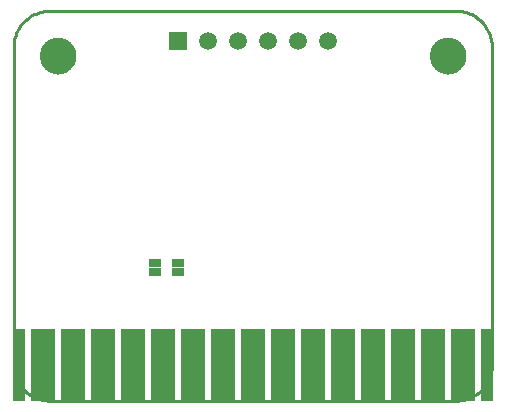
<source format=gbs>
G75*
G70*
%OFA0B0*%
%FSLAX24Y24*%
%IPPOS*%
%LPD*%
%AMOC8*
5,1,8,0,0,1.08239X$1,22.5*
%
%ADD10C,0.0100*%
%ADD11R,0.0827X0.2402*%
%ADD12R,0.0434X0.2402*%
%ADD13C,0.0000*%
%ADD14C,0.1221*%
%ADD15R,0.0590X0.0590*%
%ADD16C,0.0590*%
%ADD17R,0.0390X0.0280*%
D10*
X001547Y001364D02*
X001547Y011956D01*
X001549Y012023D01*
X001555Y012090D01*
X001564Y012157D01*
X001577Y012223D01*
X001594Y012288D01*
X001614Y012352D01*
X001638Y012415D01*
X001666Y012477D01*
X001697Y012536D01*
X001731Y012594D01*
X001768Y012650D01*
X001809Y012704D01*
X001852Y012756D01*
X001898Y012805D01*
X001947Y012851D01*
X001999Y012894D01*
X002053Y012935D01*
X002109Y012972D01*
X002167Y013006D01*
X002226Y013037D01*
X002288Y013065D01*
X002351Y013089D01*
X002415Y013109D01*
X002480Y013126D01*
X002546Y013139D01*
X002613Y013148D01*
X002680Y013154D01*
X002747Y013156D01*
X016292Y013156D01*
X016359Y013154D01*
X016426Y013148D01*
X016493Y013139D01*
X016559Y013126D01*
X016624Y013109D01*
X016688Y013089D01*
X016751Y013065D01*
X016813Y013037D01*
X016872Y013006D01*
X016930Y012972D01*
X016986Y012935D01*
X017040Y012894D01*
X017092Y012851D01*
X017141Y012805D01*
X017187Y012756D01*
X017230Y012704D01*
X017271Y012650D01*
X017308Y012594D01*
X017342Y012536D01*
X017373Y012477D01*
X017401Y012415D01*
X017425Y012352D01*
X017445Y012288D01*
X017462Y012223D01*
X017475Y012157D01*
X017484Y012090D01*
X017490Y012023D01*
X017492Y011956D01*
X017492Y001364D01*
X017490Y001297D01*
X017484Y001230D01*
X017475Y001163D01*
X017462Y001097D01*
X017445Y001032D01*
X017425Y000968D01*
X017401Y000905D01*
X017373Y000843D01*
X017342Y000784D01*
X017308Y000726D01*
X017271Y000670D01*
X017230Y000616D01*
X017187Y000564D01*
X017141Y000515D01*
X017092Y000469D01*
X017040Y000426D01*
X016986Y000385D01*
X016930Y000348D01*
X016872Y000314D01*
X016813Y000283D01*
X016751Y000255D01*
X016688Y000231D01*
X016624Y000211D01*
X016559Y000194D01*
X016493Y000181D01*
X016426Y000172D01*
X016359Y000166D01*
X016292Y000164D01*
X002747Y000164D01*
X002680Y000166D01*
X002613Y000172D01*
X002546Y000181D01*
X002480Y000194D01*
X002415Y000211D01*
X002351Y000231D01*
X002288Y000255D01*
X002226Y000283D01*
X002167Y000314D01*
X002109Y000348D01*
X002053Y000385D01*
X001999Y000426D01*
X001947Y000469D01*
X001898Y000515D01*
X001852Y000564D01*
X001809Y000616D01*
X001768Y000670D01*
X001731Y000726D01*
X001697Y000784D01*
X001666Y000843D01*
X001638Y000905D01*
X001614Y000968D01*
X001594Y001032D01*
X001577Y001097D01*
X001564Y001163D01*
X001555Y001230D01*
X001549Y001297D01*
X001547Y001364D01*
D11*
X002519Y001348D03*
X003519Y001348D03*
X004519Y001348D03*
X005519Y001348D03*
X006519Y001348D03*
X007519Y001348D03*
X008519Y001348D03*
X009519Y001348D03*
X010519Y001348D03*
X011519Y001348D03*
X012519Y001348D03*
X013519Y001348D03*
X014519Y001348D03*
X015519Y001348D03*
X016519Y001348D03*
D12*
X017314Y001348D03*
X001724Y001348D03*
D13*
X002428Y011660D02*
X002430Y011708D01*
X002436Y011756D01*
X002446Y011803D01*
X002459Y011849D01*
X002477Y011894D01*
X002497Y011938D01*
X002522Y011980D01*
X002550Y012019D01*
X002580Y012056D01*
X002614Y012090D01*
X002651Y012122D01*
X002689Y012151D01*
X002730Y012176D01*
X002773Y012198D01*
X002818Y012216D01*
X002864Y012230D01*
X002911Y012241D01*
X002959Y012248D01*
X003007Y012251D01*
X003055Y012250D01*
X003103Y012245D01*
X003151Y012236D01*
X003197Y012224D01*
X003242Y012207D01*
X003286Y012187D01*
X003328Y012164D01*
X003368Y012137D01*
X003406Y012107D01*
X003441Y012074D01*
X003473Y012038D01*
X003503Y012000D01*
X003529Y011959D01*
X003551Y011916D01*
X003571Y011872D01*
X003586Y011827D01*
X003598Y011780D01*
X003606Y011732D01*
X003610Y011684D01*
X003610Y011636D01*
X003606Y011588D01*
X003598Y011540D01*
X003586Y011493D01*
X003571Y011448D01*
X003551Y011404D01*
X003529Y011361D01*
X003503Y011320D01*
X003473Y011282D01*
X003441Y011246D01*
X003406Y011213D01*
X003368Y011183D01*
X003328Y011156D01*
X003286Y011133D01*
X003242Y011113D01*
X003197Y011096D01*
X003151Y011084D01*
X003103Y011075D01*
X003055Y011070D01*
X003007Y011069D01*
X002959Y011072D01*
X002911Y011079D01*
X002864Y011090D01*
X002818Y011104D01*
X002773Y011122D01*
X002730Y011144D01*
X002689Y011169D01*
X002651Y011198D01*
X002614Y011230D01*
X002580Y011264D01*
X002550Y011301D01*
X002522Y011340D01*
X002497Y011382D01*
X002477Y011426D01*
X002459Y011471D01*
X002446Y011517D01*
X002436Y011564D01*
X002430Y011612D01*
X002428Y011660D01*
X015428Y011660D02*
X015430Y011708D01*
X015436Y011756D01*
X015446Y011803D01*
X015459Y011849D01*
X015477Y011894D01*
X015497Y011938D01*
X015522Y011980D01*
X015550Y012019D01*
X015580Y012056D01*
X015614Y012090D01*
X015651Y012122D01*
X015689Y012151D01*
X015730Y012176D01*
X015773Y012198D01*
X015818Y012216D01*
X015864Y012230D01*
X015911Y012241D01*
X015959Y012248D01*
X016007Y012251D01*
X016055Y012250D01*
X016103Y012245D01*
X016151Y012236D01*
X016197Y012224D01*
X016242Y012207D01*
X016286Y012187D01*
X016328Y012164D01*
X016368Y012137D01*
X016406Y012107D01*
X016441Y012074D01*
X016473Y012038D01*
X016503Y012000D01*
X016529Y011959D01*
X016551Y011916D01*
X016571Y011872D01*
X016586Y011827D01*
X016598Y011780D01*
X016606Y011732D01*
X016610Y011684D01*
X016610Y011636D01*
X016606Y011588D01*
X016598Y011540D01*
X016586Y011493D01*
X016571Y011448D01*
X016551Y011404D01*
X016529Y011361D01*
X016503Y011320D01*
X016473Y011282D01*
X016441Y011246D01*
X016406Y011213D01*
X016368Y011183D01*
X016328Y011156D01*
X016286Y011133D01*
X016242Y011113D01*
X016197Y011096D01*
X016151Y011084D01*
X016103Y011075D01*
X016055Y011070D01*
X016007Y011069D01*
X015959Y011072D01*
X015911Y011079D01*
X015864Y011090D01*
X015818Y011104D01*
X015773Y011122D01*
X015730Y011144D01*
X015689Y011169D01*
X015651Y011198D01*
X015614Y011230D01*
X015580Y011264D01*
X015550Y011301D01*
X015522Y011340D01*
X015497Y011382D01*
X015477Y011426D01*
X015459Y011471D01*
X015446Y011517D01*
X015436Y011564D01*
X015430Y011612D01*
X015428Y011660D01*
D14*
X016019Y011660D03*
X003019Y011660D03*
D15*
X007019Y012160D03*
D16*
X008019Y012160D03*
X009019Y012160D03*
X010019Y012160D03*
X011019Y012160D03*
X012019Y012160D03*
D17*
X007019Y004760D03*
X007019Y004460D03*
X006269Y004460D03*
X006269Y004760D03*
M02*

</source>
